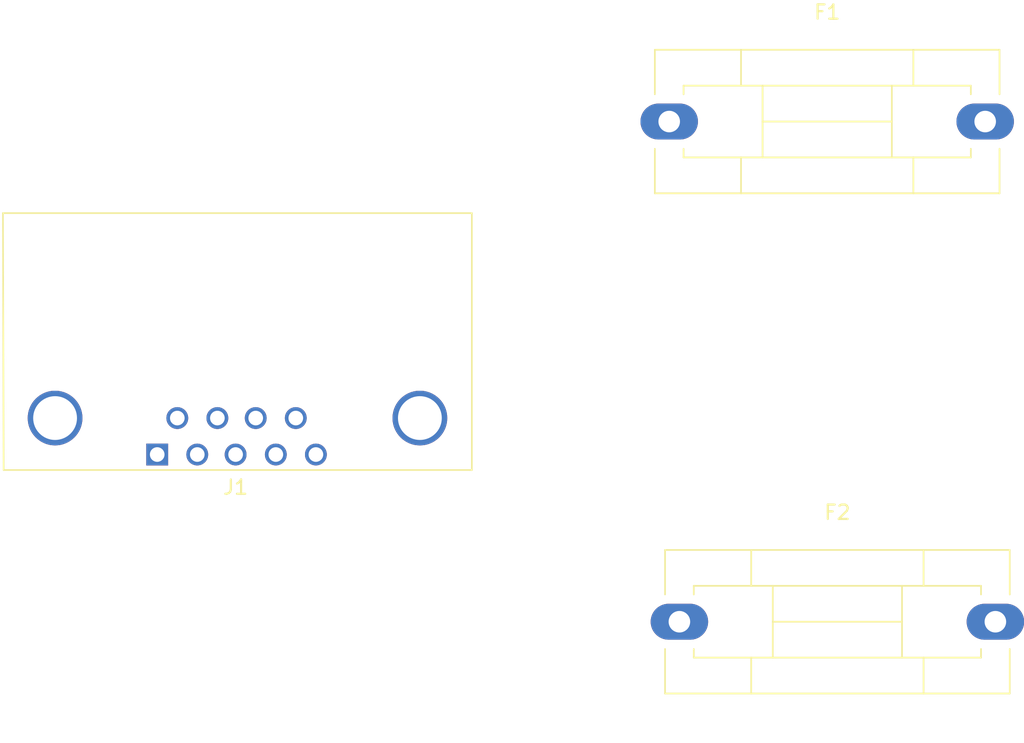
<source format=kicad_pcb>
(kicad_pcb (version 4) (host pcbnew 4.0.7)

  (general
    (links 4)
    (no_connects 4)
    (area 0 0 0 0)
    (thickness 1.6)
    (drawings 0)
    (tracks 0)
    (zones 0)
    (modules 3)
    (nets 10)
  )

  (page A4)
  (layers
    (0 F.Cu signal)
    (31 B.Cu signal)
    (32 B.Adhes user)
    (33 F.Adhes user)
    (34 B.Paste user)
    (35 F.Paste user)
    (36 B.SilkS user)
    (37 F.SilkS user)
    (38 B.Mask user)
    (39 F.Mask user)
    (40 Dwgs.User user)
    (41 Cmts.User user)
    (42 Eco1.User user)
    (43 Eco2.User user)
    (44 Edge.Cuts user)
    (45 Margin user)
    (46 B.CrtYd user)
    (47 F.CrtYd user)
    (48 B.Fab user)
    (49 F.Fab user)
  )

  (setup
    (last_trace_width 0.25)
    (trace_clearance 0.2)
    (zone_clearance 0.508)
    (zone_45_only no)
    (trace_min 0.2)
    (segment_width 0.2)
    (edge_width 0.15)
    (via_size 0.6)
    (via_drill 0.4)
    (via_min_size 0.4)
    (via_min_drill 0.3)
    (uvia_size 0.3)
    (uvia_drill 0.1)
    (uvias_allowed no)
    (uvia_min_size 0.2)
    (uvia_min_drill 0.1)
    (pcb_text_width 0.3)
    (pcb_text_size 1.5 1.5)
    (mod_edge_width 0.15)
    (mod_text_size 1 1)
    (mod_text_width 0.15)
    (pad_size 1.524 1.524)
    (pad_drill 0.762)
    (pad_to_mask_clearance 0.2)
    (aux_axis_origin 0 0)
    (visible_elements FFFFFF7F)
    (pcbplotparams
      (layerselection 0x00030_80000001)
      (usegerberextensions false)
      (excludeedgelayer true)
      (linewidth 0.100000)
      (plotframeref false)
      (viasonmask false)
      (mode 1)
      (useauxorigin false)
      (hpglpennumber 1)
      (hpglpenspeed 20)
      (hpglpendiameter 15)
      (hpglpenoverlay 2)
      (psnegative false)
      (psa4output false)
      (plotreference true)
      (plotvalue true)
      (plotinvisibletext false)
      (padsonsilk false)
      (subtractmaskfromsilk false)
      (outputformat 1)
      (mirror false)
      (drillshape 1)
      (scaleselection 1)
      (outputdirectory ""))
  )

  (net 0 "")
  (net 1 /vbat1)
  (net 2 /vbat)
  (net 3 /vbat2)
  (net 4 /pwm1)
  (net 5 /m12)
  (net 6 /m21)
  (net 7 /gnd)
  (net 8 /m22)
  (net 9 /pwm2)

  (net_class Default "This is the default net class."
    (clearance 0.2)
    (trace_width 0.25)
    (via_dia 0.6)
    (via_drill 0.4)
    (uvia_dia 0.3)
    (uvia_drill 0.1)
    (add_net /gnd)
    (add_net /m12)
    (add_net /m21)
    (add_net /m22)
    (add_net /pwm1)
    (add_net /pwm2)
    (add_net /vbat)
    (add_net /vbat1)
    (add_net /vbat2)
  )

  (module Fuse_Holders_and_Fuses:Fuseholder5x20_horiz_SemiClosed_Casing10x25mm (layer F.Cu) (tedit 5880C4BF) (tstamp 5A119E4C)
    (at 161.18 79.12)
    (descr "Fuseholder, 5x20, Semi closed, horizontal, Casing 10x25mm,")
    (tags "Fuseholder 5x20 Semi closed horizontal Casing 10x25mm Sicherungshalter halbgeschlossen ")
    (path /5A11991A)
    (fp_text reference F1 (at 11 -7.62) (layer F.SilkS)
      (effects (font (size 1 1) (thickness 0.15)))
    )
    (fp_text value FUSE (at 12.27 7.62) (layer F.Fab)
      (effects (font (size 1 1) (thickness 0.15)))
    )
    (fp_line (start 5 2.5) (end 5 4.9) (layer F.Fab) (width 0.1))
    (fp_line (start 17 -2.5) (end 17 -4.9) (layer F.Fab) (width 0.1))
    (fp_line (start 17 2.5) (end 17 4.95) (layer F.Fab) (width 0.1))
    (fp_line (start 15.5 -2.5) (end 15.5 2.5) (layer F.Fab) (width 0.1))
    (fp_line (start 6.5 0) (end 15.5 0) (layer F.Fab) (width 0.1))
    (fp_line (start 6.5 -2.5) (end 6.5 2.5) (layer F.Fab) (width 0.1))
    (fp_line (start 5 -4.9) (end 5 -2.5) (layer F.Fab) (width 0.1))
    (fp_line (start 1 -2.5) (end 1 2.5) (layer F.Fab) (width 0.1))
    (fp_line (start 1 2.5) (end 21 2.5) (layer F.Fab) (width 0.1))
    (fp_line (start 21 2.5) (end 21 -2.5) (layer F.Fab) (width 0.1))
    (fp_line (start 21 -2.5) (end 1 -2.5) (layer F.Fab) (width 0.1))
    (fp_line (start -0.9 -4.9) (end -0.9 4.9) (layer F.Fab) (width 0.1))
    (fp_line (start -0.9 4.9) (end 22.9 4.9) (layer F.Fab) (width 0.1))
    (fp_line (start 22.9 4.9) (end 22.9 -4.9) (layer F.Fab) (width 0.1))
    (fp_line (start 22.9 -4.9) (end -0.9 -4.9) (layer F.Fab) (width 0.1))
    (fp_line (start 5 -2.5) (end 5 -5) (layer F.SilkS) (width 0.12))
    (fp_line (start 5 5) (end 5 2.5) (layer F.SilkS) (width 0.12))
    (fp_line (start 17 5) (end 17 2.5) (layer F.SilkS) (width 0.12))
    (fp_line (start 17 -5) (end 17 -2.5) (layer F.SilkS) (width 0.12))
    (fp_line (start 6.5 0) (end 15.5 0) (layer F.SilkS) (width 0.12))
    (fp_line (start 6.5 -2.5) (end 6.5 2.5) (layer F.SilkS) (width 0.12))
    (fp_line (start 15.5 -2.5) (end 15.5 2.5) (layer F.SilkS) (width 0.12))
    (fp_line (start 21 -1.9) (end 21 -2.5) (layer F.SilkS) (width 0.12))
    (fp_line (start 1 1.9) (end 1 2.5) (layer F.SilkS) (width 0.12))
    (fp_line (start 1 2.5) (end 21 2.5) (layer F.SilkS) (width 0.12))
    (fp_line (start 21 2.5) (end 21 1.9) (layer F.SilkS) (width 0.12))
    (fp_line (start 21 -2.5) (end 1 -2.5) (layer F.SilkS) (width 0.12))
    (fp_line (start 1 -2.5) (end 1 -1.9) (layer F.SilkS) (width 0.12))
    (fp_line (start 23 -1.9) (end 23 -5) (layer F.SilkS) (width 0.12))
    (fp_line (start -1 1.9) (end -1 5) (layer F.SilkS) (width 0.12))
    (fp_line (start -1 5) (end 23 5) (layer F.SilkS) (width 0.12))
    (fp_line (start 23 5) (end 23 1.9) (layer F.SilkS) (width 0.12))
    (fp_line (start 23 -5) (end -1 -5) (layer F.SilkS) (width 0.12))
    (fp_line (start -1 -5) (end -1 -1.9) (layer F.SilkS) (width 0.12))
    (fp_line (start -1.5 -5.15) (end 23.5 -5.15) (layer F.CrtYd) (width 0.05))
    (fp_line (start -1.5 -5.15) (end -1.5 5.2) (layer F.CrtYd) (width 0.05))
    (fp_line (start 23.5 5.2) (end 23.5 -5.15) (layer F.CrtYd) (width 0.05))
    (fp_line (start 23.5 5.2) (end -1.5 5.2) (layer F.CrtYd) (width 0.05))
    (pad 2 thru_hole oval (at 22 0 270) (size 2.5 4) (drill 1.5) (layers *.Cu *.Mask)
      (net 1 /vbat1))
    (pad 1 thru_hole oval (at 0 0 270) (size 2.5 4) (drill 1.5) (layers *.Cu *.Mask)
      (net 2 /vbat))
  )

  (module Fuse_Holders_and_Fuses:Fuseholder5x20_horiz_SemiClosed_Casing10x25mm (layer F.Cu) (tedit 5880C4BF) (tstamp 5A119E52)
    (at 161.89 113.97)
    (descr "Fuseholder, 5x20, Semi closed, horizontal, Casing 10x25mm,")
    (tags "Fuseholder 5x20 Semi closed horizontal Casing 10x25mm Sicherungshalter halbgeschlossen ")
    (path /5A11993F)
    (fp_text reference F2 (at 11 -7.62) (layer F.SilkS)
      (effects (font (size 1 1) (thickness 0.15)))
    )
    (fp_text value FUSE (at 12.27 7.62) (layer F.Fab)
      (effects (font (size 1 1) (thickness 0.15)))
    )
    (fp_line (start 5 2.5) (end 5 4.9) (layer F.Fab) (width 0.1))
    (fp_line (start 17 -2.5) (end 17 -4.9) (layer F.Fab) (width 0.1))
    (fp_line (start 17 2.5) (end 17 4.95) (layer F.Fab) (width 0.1))
    (fp_line (start 15.5 -2.5) (end 15.5 2.5) (layer F.Fab) (width 0.1))
    (fp_line (start 6.5 0) (end 15.5 0) (layer F.Fab) (width 0.1))
    (fp_line (start 6.5 -2.5) (end 6.5 2.5) (layer F.Fab) (width 0.1))
    (fp_line (start 5 -4.9) (end 5 -2.5) (layer F.Fab) (width 0.1))
    (fp_line (start 1 -2.5) (end 1 2.5) (layer F.Fab) (width 0.1))
    (fp_line (start 1 2.5) (end 21 2.5) (layer F.Fab) (width 0.1))
    (fp_line (start 21 2.5) (end 21 -2.5) (layer F.Fab) (width 0.1))
    (fp_line (start 21 -2.5) (end 1 -2.5) (layer F.Fab) (width 0.1))
    (fp_line (start -0.9 -4.9) (end -0.9 4.9) (layer F.Fab) (width 0.1))
    (fp_line (start -0.9 4.9) (end 22.9 4.9) (layer F.Fab) (width 0.1))
    (fp_line (start 22.9 4.9) (end 22.9 -4.9) (layer F.Fab) (width 0.1))
    (fp_line (start 22.9 -4.9) (end -0.9 -4.9) (layer F.Fab) (width 0.1))
    (fp_line (start 5 -2.5) (end 5 -5) (layer F.SilkS) (width 0.12))
    (fp_line (start 5 5) (end 5 2.5) (layer F.SilkS) (width 0.12))
    (fp_line (start 17 5) (end 17 2.5) (layer F.SilkS) (width 0.12))
    (fp_line (start 17 -5) (end 17 -2.5) (layer F.SilkS) (width 0.12))
    (fp_line (start 6.5 0) (end 15.5 0) (layer F.SilkS) (width 0.12))
    (fp_line (start 6.5 -2.5) (end 6.5 2.5) (layer F.SilkS) (width 0.12))
    (fp_line (start 15.5 -2.5) (end 15.5 2.5) (layer F.SilkS) (width 0.12))
    (fp_line (start 21 -1.9) (end 21 -2.5) (layer F.SilkS) (width 0.12))
    (fp_line (start 1 1.9) (end 1 2.5) (layer F.SilkS) (width 0.12))
    (fp_line (start 1 2.5) (end 21 2.5) (layer F.SilkS) (width 0.12))
    (fp_line (start 21 2.5) (end 21 1.9) (layer F.SilkS) (width 0.12))
    (fp_line (start 21 -2.5) (end 1 -2.5) (layer F.SilkS) (width 0.12))
    (fp_line (start 1 -2.5) (end 1 -1.9) (layer F.SilkS) (width 0.12))
    (fp_line (start 23 -1.9) (end 23 -5) (layer F.SilkS) (width 0.12))
    (fp_line (start -1 1.9) (end -1 5) (layer F.SilkS) (width 0.12))
    (fp_line (start -1 5) (end 23 5) (layer F.SilkS) (width 0.12))
    (fp_line (start 23 5) (end 23 1.9) (layer F.SilkS) (width 0.12))
    (fp_line (start 23 -5) (end -1 -5) (layer F.SilkS) (width 0.12))
    (fp_line (start -1 -5) (end -1 -1.9) (layer F.SilkS) (width 0.12))
    (fp_line (start -1.5 -5.15) (end 23.5 -5.15) (layer F.CrtYd) (width 0.05))
    (fp_line (start -1.5 -5.15) (end -1.5 5.2) (layer F.CrtYd) (width 0.05))
    (fp_line (start 23.5 5.2) (end 23.5 -5.15) (layer F.CrtYd) (width 0.05))
    (fp_line (start 23.5 5.2) (end -1.5 5.2) (layer F.CrtYd) (width 0.05))
    (pad 2 thru_hole oval (at 22 0 270) (size 2.5 4) (drill 1.5) (layers *.Cu *.Mask)
      (net 3 /vbat2))
    (pad 1 thru_hole oval (at 0 0 270) (size 2.5 4) (drill 1.5) (layers *.Cu *.Mask)
      (net 2 /vbat))
  )

  (module Connectors:DB9FC (layer F.Cu) (tedit 587FDE78) (tstamp 5A119E61)
    (at 125.53 102.32)
    (descr "Connecteur DB9 femelle couche")
    (tags "CONN DB9")
    (path /5A1198BD)
    (fp_text reference J1 (at 5.46 2.28) (layer F.SilkS)
      (effects (font (size 1 1) (thickness 0.15)))
    )
    (fp_text value DB9 (at 6.73 -5.08) (layer F.Fab)
      (effects (font (size 1 1) (thickness 0.15)))
    )
    (fp_line (start -10.74 -16.82) (end -10.69 1.08) (layer F.SilkS) (width 0.12))
    (fp_line (start -10.69 1.08) (end 21.91 1.08) (layer F.SilkS) (width 0.12))
    (fp_line (start 21.91 1.08) (end 21.91 -16.82) (layer F.SilkS) (width 0.12))
    (fp_line (start 21.91 -16.82) (end -10.74 -16.82) (layer F.SilkS) (width 0.12))
    (fp_line (start -10.67 1.02) (end 21.84 1.02) (layer F.Fab) (width 0.1))
    (fp_line (start 21.84 1.02) (end 21.84 -16.76) (layer F.Fab) (width 0.1))
    (fp_line (start 21.84 -16.76) (end -10.67 -16.76) (layer F.Fab) (width 0.1))
    (fp_line (start -10.67 -16.76) (end -10.67 1.02) (layer F.Fab) (width 0.1))
    (fp_line (start -3.56 -16.76) (end -3.56 -9.14) (layer F.Fab) (width 0.1))
    (fp_line (start -3.56 -9.14) (end 14.73 -9.14) (layer F.Fab) (width 0.1))
    (fp_line (start 14.73 -9.14) (end 14.73 -16.76) (layer F.Fab) (width 0.1))
    (fp_line (start -2.03 -16.76) (end -2.03 -25.4) (layer F.Fab) (width 0.1))
    (fp_line (start -2.03 -25.4) (end 13.21 -25.4) (layer F.Fab) (width 0.1))
    (fp_line (start 13.21 -25.4) (end 13.21 -16.76) (layer F.Fab) (width 0.1))
    (fp_line (start -10.92 -25.65) (end 22.09 -25.65) (layer F.CrtYd) (width 0.05))
    (fp_line (start -10.92 -25.65) (end -10.92 1.27) (layer F.CrtYd) (width 0.05))
    (fp_line (start 22.09 1.27) (end 22.09 -25.65) (layer F.CrtYd) (width 0.05))
    (fp_line (start 22.09 1.27) (end -10.92 1.27) (layer F.CrtYd) (width 0.05))
    (pad "" thru_hole circle (at 18.29 -2.54) (size 3.81 3.81) (drill 3.05) (layers *.Cu *.Mask))
    (pad "" thru_hole circle (at -7.11 -2.54) (size 3.81 3.81) (drill 3.05) (layers *.Cu *.Mask))
    (pad 1 thru_hole rect (at 0 0) (size 1.52 1.52) (drill 1.02) (layers *.Cu *.Mask)
      (net 4 /pwm1))
    (pad 2 thru_hole circle (at 2.79 0) (size 1.52 1.52) (drill 1.02) (layers *.Cu *.Mask)
      (net 5 /m12))
    (pad 3 thru_hole circle (at 5.46 0) (size 1.52 1.52) (drill 1.02) (layers *.Cu *.Mask)
      (net 6 /m21))
    (pad 4 thru_hole circle (at 8.26 0) (size 1.52 1.52) (drill 1.02) (layers *.Cu *.Mask)
      (net 7 /gnd))
    (pad 5 thru_hole circle (at 11.05 0) (size 1.52 1.52) (drill 1.02) (layers *.Cu *.Mask)
      (net 7 /gnd))
    (pad 6 thru_hole circle (at 1.4 -2.54) (size 1.52 1.52) (drill 1.02) (layers *.Cu *.Mask)
      (net 7 /gnd))
    (pad 7 thru_hole circle (at 4.19 -2.54) (size 1.52 1.52) (drill 1.02) (layers *.Cu *.Mask)
      (net 8 /m22))
    (pad 8 thru_hole circle (at 6.86 -2.54) (size 1.52 1.52) (drill 1.02) (layers *.Cu *.Mask)
      (net 9 /pwm2))
    (pad 9 thru_hole circle (at 9.65 -2.54) (size 1.52 1.52) (drill 1.02) (layers *.Cu *.Mask)
      (net 6 /m21))
    (model ${KISYS3DMOD}/Connectors.3dshapes/DB9FC.wrl
      (at (xyz 0.2086614173228347 0.05314960629921261 0))
      (scale (xyz 1 1 1))
      (rotate (xyz 0 0 0))
    )
  )

)

</source>
